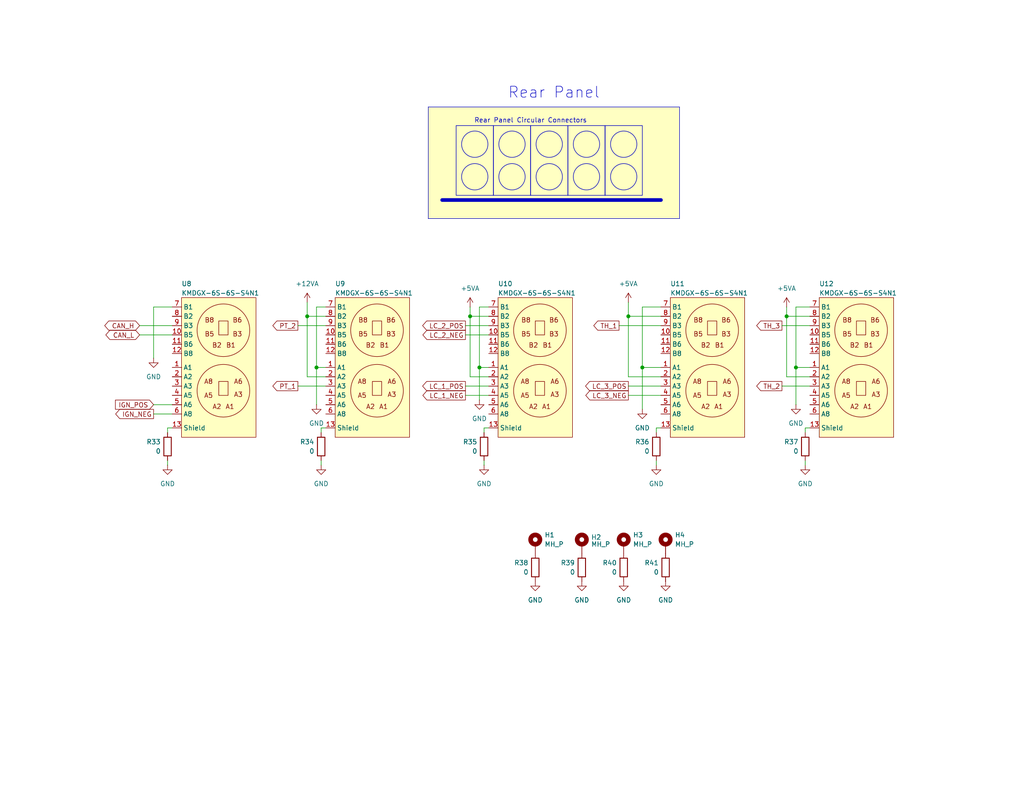
<source format=kicad_sch>
(kicad_sch (version 20231120) (generator "eeschema") (generator_version "8.0")
  (paper "A")
  (title_block (title "Unify") (date "2025-02-26") (rev "1") (company "Rocket Propulsion Group, UNL") (comment 1 "Jack Shaver"))
  (lib_symbols
    (symbol "Device:R" (pin_numbers hide) (pin_names (offset 0))
      (property "Reference" "R" (at 2.032 0 90))
      (property "Value" "R" (at 0 0 90))
      (symbol "R_0_1"
        (rectangle (start -1.016 -2.54) (end 1.016 2.54) (stroke (width 0.254)))
      )
      (symbol "R_1_1"
        (pin passive line (at 0 3.81 270) (length 1.27) (name "~") (number "1"))
        (pin passive line (at 0 -3.81 90) (length 1.27) (name "~") (number "2"))
      )
    )
    (symbol "Mechanical:MountingHole_Pad" (pin_numbers hide) (pin_names (offset 1.016) hide) (exclude_from_sim yes) (in_bom no)
      (property "Reference" "H" (at 0 6.35 0))
      (property "Value" "MountingHole_Pad" (at 0 4.445 0))
      (symbol "MountingHole_Pad_0_1"
        (circle (center 0 1.27) (radius 1.27) (stroke (width 1.27)))
      )
      (symbol "MountingHole_Pad_1_1"
        (pin input line (at 0 -2.54 90) (length 2.54) (name "1") (number "1"))
      )
    )
    (symbol "Unify:KMDGX-6S-6S-S4N1"
      (property "Reference" "U" (at -0.254 4.572 0))
      (property "Value" "KMDGX-6S-6S-S4N1" (at 0.254 1.778 0))
      (symbol "KMDGX-6S-6S-S4N1_0_1"
        (circle (center 1.27 -25.4) (radius 7.1842))
        (circle (center 1.27 -8.89) (radius 7.1842))
      )
      (symbol "KMDGX-6S-6S-S4N1_1_0"
        (pin passive line (at -12.7 -19.05 0) (length 2.54) (name "A1") (number "1"))
        (pin passive line (at -12.7 -10.16 0) (length 2.54) (name "B5") (number "10"))
        (pin passive line (at -12.7 -12.7 0) (length 2.54) (name "B6") (number "11"))
        (pin passive line (at -12.7 -15.24 0) (length 2.54) (name "B8") (number "12"))
        (pin passive line (at -12.7 -35.56 0) (length 2.54) (name "Shield") (number "13"))
        (pin passive line (at -12.7 -21.59 0) (length 2.54) (name "A2") (number "2"))
        (pin passive line (at -12.7 -24.13 0) (length 2.54) (name "A3") (number "3"))
        (pin passive line (at -12.7 -26.67 0) (length 2.54) (name "A5") (number "4"))
        (pin passive line (at -12.7 -29.21 0) (length 2.54) (name "A6") (number "5"))
        (pin passive line (at -12.7 -31.75 0) (length 2.54) (name "A8") (number "6"))
        (pin passive line (at -12.7 -2.54 0) (length 2.54) (name "B1") (number "7"))
        (pin passive line (at -12.7 -5.08 0) (length 2.54) (name "B2") (number "8"))
        (pin passive line (at -12.7 -7.62 0) (length 2.54) (name "B3") (number "9"))
      )
      (symbol "KMDGX-6S-6S-S4N1_1_1"
        (rectangle (start -10.16 0) (end 10.16 -38.1) (fill (type background)))
        (rectangle (start 0 -22.86) (end 2.54 -26.67))
        (rectangle (start 0 -6.35) (end 2.54 -10.16))
        (text "A1" (at 3.048 -29.718 0) (effects (font (size 1.27 1.27))))
        (text "A2" (at -0.508 -29.718 0) (effects (font (size 1.27 1.27))))
        (text "A3" (at 5.334 -26.416 0) (effects (font (size 1.27 1.27))))
        (text "A5" (at -2.794 -26.67 0) (effects (font (size 1.27 1.27))))
        (text "A6" (at 5.334 -22.86 0) (effects (font (size 1.27 1.27))))
        (text "A8" (at -2.794 -22.86 0) (effects (font (size 1.27 1.27))))
        (text "B1\n" (at 3.302 -12.954 0) (effects (font (size 1.27 1.27))))
        (text "B2" (at -0.508 -12.954 0) (effects (font (size 1.27 1.27))))
        (text "B3" (at 5.08 -9.906 0) (effects (font (size 1.27 1.27))))
        (text "B5" (at -2.54 -9.906 0) (effects (font (size 1.27 1.27))))
        (text "B6" (at 5.08 -6.096 0) (effects (font (size 1.27 1.27))))
        (text "B8\n" (at -2.54 -6.096 0) (effects (font (size 1.27 1.27))))
      )
    )
    (symbol "power:+12VA" (power) (pin_numbers hide) (pin_names (offset 0) hide)
      (property "Value" "+12VA" (at 0 3.556 0))
      (symbol "+12VA_0_1"
        (polyline (pts (xy -0.762 1.27) (xy 0 2.54)))
        (polyline (pts (xy 0 0) (xy 0 2.54)))
        (polyline (pts (xy 0 2.54) (xy 0.762 1.27)))
      )
      (symbol "+12VA_1_1"
        (pin power_in line (at 0 0 90) (length 0) (name "~") (number "1"))
      )
    )
    (symbol "power:+5VA" (power) (pin_numbers hide) (pin_names (offset 0) hide)
      (property "Value" "+5VA" (at 0 3.556 0))
      (symbol "+5VA_0_1"
        (polyline (pts (xy -0.762 1.27) (xy 0 2.54)))
        (polyline (pts (xy 0 0) (xy 0 2.54)))
        (polyline (pts (xy 0 2.54) (xy 0.762 1.27)))
      )
      (symbol "+5VA_1_1"
        (pin power_in line (at 0 0 90) (length 0) (name "~") (number "1"))
      )
    )
    (symbol "power:GND" (power) (pin_numbers hide) (pin_names (offset 0) hide)
      (property "Value" "GND" (at 0 -3.81 0))
      (symbol "GND_0_1"
        (polyline (pts (xy 0 0) (xy 0 -1.27) (xy 1.27 -1.27) (xy 0 -2.54) (xy -1.27 -1.27) (xy 0 -1.27)))
      )
      (symbol "GND_1_1"
        (pin power_in line (at 0 0 270) (length 0) (name "~") (number "1"))
      )
    )
  )
  (junction (at 86.36 100.33))
  (junction (at 130.81 100.33))
  (junction (at 214.63 86.36))
  (junction (at 128.27 86.36))
  (junction (at 175.26 100.33))
  (junction (at 171.45 86.36))
  (junction (at 83.82 86.36))
  (junction (at 217.17 100.33))
  (wire (pts (xy 168.91 88.9) (xy 180.34 88.9)))
  (wire (pts (xy 171.45 105.41) (xy 180.34 105.41)))
  (wire (pts (xy 214.63 83.82) (xy 214.63 86.36)))
  (wire (pts (xy 86.36 100.33) (xy 86.36 83.82)))
  (wire (pts (xy 128.27 102.87) (xy 133.35 102.87)))
  (wire (pts (xy 171.45 86.36) (xy 171.45 102.87)))
  (wire (pts (xy 81.28 105.41) (xy 88.9 105.41)))
  (wire (pts (xy 130.81 83.82) (xy 133.35 83.82)))
  (wire (pts (xy 217.17 83.82) (xy 217.17 100.33)))
  (wire (pts (xy 128.27 86.36) (xy 128.27 102.87)))
  (wire (pts (xy 219.71 116.84) (xy 220.98 116.84)))
  (wire (pts (xy 171.45 82.55) (xy 171.45 86.36)))
  (wire (pts (xy 217.17 110.49) (xy 217.17 100.33)))
  (wire (pts (xy 128.27 86.36) (xy 133.35 86.36)))
  (wire (pts (xy 38.1 91.44) (xy 46.99 91.44)))
  (wire (pts (xy 45.72 125.73) (xy 45.72 127)))
  (wire (pts (xy 213.36 105.41) (xy 220.98 105.41)))
  (wire (pts (xy 45.72 116.84) (xy 46.99 116.84)))
  (wire (pts (xy 179.07 118.11) (xy 179.07 116.84)))
  (wire (pts (xy 132.08 118.11) (xy 132.08 116.84)))
  (wire (pts (xy 86.36 110.49) (xy 86.36 100.33)))
  (wire (pts (xy 83.82 86.36) (xy 83.82 102.87)))
  (wire (pts (xy 87.63 125.73) (xy 87.63 127)))
  (wire (pts (xy 87.63 118.11) (xy 87.63 116.84)))
  (wire (pts (xy 180.34 83.82) (xy 175.26 83.82)))
  (wire (pts (xy 83.82 86.36) (xy 88.9 86.36)))
  (wire (pts (xy 130.81 100.33) (xy 133.35 100.33)))
  (wire (pts (xy 81.28 88.9) (xy 88.9 88.9)))
  (wire (pts (xy 127 88.9) (xy 133.35 88.9)))
  (wire (pts (xy 86.36 83.82) (xy 88.9 83.82)))
  (wire (pts (xy 83.82 82.55) (xy 83.82 86.36)))
  (wire (pts (xy 171.45 107.95) (xy 180.34 107.95)))
  (wire (pts (xy 83.82 102.87) (xy 88.9 102.87)))
  (wire (pts (xy 127 107.95) (xy 133.35 107.95)))
  (wire (pts (xy 41.91 83.82) (xy 46.99 83.82)))
  (wire (pts (xy 214.63 86.36) (xy 214.63 102.87)))
  (wire (pts (xy 130.81 109.22) (xy 130.81 100.33)))
  (polyline (pts (xy 120.65 54.61) (xy 180.34 54.61)) (stroke (width 1)))
  (wire (pts (xy 214.63 102.87) (xy 220.98 102.87)))
  (wire (pts (xy 179.07 125.73) (xy 179.07 127)))
  (wire (pts (xy 41.91 97.79) (xy 41.91 83.82)))
  (wire (pts (xy 214.63 86.36) (xy 220.98 86.36)))
  (wire (pts (xy 130.81 100.33) (xy 130.81 83.82)))
  (wire (pts (xy 179.07 116.84) (xy 180.34 116.84)))
  (wire (pts (xy 45.72 118.11) (xy 45.72 116.84)))
  (wire (pts (xy 41.91 113.03) (xy 46.99 113.03)))
  (wire (pts (xy 213.36 88.9) (xy 220.98 88.9)))
  (wire (pts (xy 132.08 125.73) (xy 132.08 127)))
  (wire (pts (xy 220.98 83.82) (xy 217.17 83.82)))
  (wire (pts (xy 219.71 125.73) (xy 219.71 127)))
  (wire (pts (xy 175.26 111.76) (xy 175.26 100.33)))
  (wire (pts (xy 217.17 100.33) (xy 220.98 100.33)))
  (wire (pts (xy 38.1 88.9) (xy 46.99 88.9)))
  (wire (pts (xy 127 91.44) (xy 133.35 91.44)))
  (wire (pts (xy 175.26 100.33) (xy 180.34 100.33)))
  (wire (pts (xy 41.91 110.49) (xy 46.99 110.49)))
  (wire (pts (xy 86.36 100.33) (xy 88.9 100.33)))
  (wire (pts (xy 132.08 116.84) (xy 133.35 116.84)))
  (wire (pts (xy 128.27 83.82) (xy 128.27 86.36)))
  (wire (pts (xy 87.63 116.84) (xy 88.9 116.84)))
  (wire (pts (xy 219.71 118.11) (xy 219.71 116.84)))
  (wire (pts (xy 127 105.41) (xy 133.35 105.41)))
  (wire (pts (xy 171.45 102.87) (xy 180.34 102.87)))
  (wire (pts (xy 175.26 83.82) (xy 175.26 100.33)))
  (wire (pts (xy 171.45 86.36) (xy 180.34 86.36)))
  (circle (center 160.02 39.37) (radius 3.5921))
  (circle (center 149.86 48.26) (radius 3.5921))
  (rectangle (start 124.46 34.29) (end 134.62 53.34))
  (rectangle (start 144.78 34.29) (end 154.94 53.34))
  (circle (center 129.54 39.37) (radius 3.5921))
  (circle (center 160.02 48.26) (radius 3.5921))
  (circle (center 139.7 48.26) (radius 3.5921))
  (rectangle (start 165.1 34.29) (end 175.26 53.34))
  (circle (center 170.18 39.37) (radius 3.5921))
  (rectangle (start 134.62 34.29) (end 144.78 53.34))
  (rectangle (start 116.84 29.21) (end 185.42 59.69) (fill (type color) (color 255 255 194 1)))
  (rectangle (start 154.94 34.29) (end 165.1 53.34))
  (circle (center 170.18 48.26) (radius 3.5921))
  (circle (center 129.54 48.26) (radius 3.5921))
  (circle (center 139.7 39.37) (radius 3.5921))
  (circle (center 149.86 39.37) (radius 3.5921))
  (text "Rear Panel Circular Connectors" (at 144.78 33.02 0) (effects (font (size 1.27 1.27))))
  (text "Rear Panel" (at 151.13 25.4 0) (effects (font (size 3 3))))
  (global_label "TH_2" (shape output) (at 213.36 105.41 180) (property "Intersheetrefs" "${INTERSHEET_REFS}" (effects (hide yes))))
  (global_label "PT_1" (shape output) (at 81.28 105.41 180) (property "Intersheetrefs" "${INTERSHEET_REFS}" (effects (hide yes))))
  (global_label "LC_1_NEG" (shape output) (at 127 107.95 180) (property "Intersheetrefs" "${INTERSHEET_REFS}" (effects (hide yes))))
  (global_label "PT_2" (shape output) (at 81.28 88.9 180) (property "Intersheetrefs" "${INTERSHEET_REFS}" (effects (hide yes))))
  (global_label "LC_1_POS" (shape output) (at 127 105.41 180) (property "Intersheetrefs" "${INTERSHEET_REFS}" (effects (hide yes))))
  (global_label "LC_2_NEG" (shape output) (at 127 91.44 180) (property "Intersheetrefs" "${INTERSHEET_REFS}" (effects (hide yes))))
  (global_label "TH_3" (shape output) (at 213.36 88.9 180) (property "Intersheetrefs" "${INTERSHEET_REFS}" (effects (hide yes))))
  (global_label "IGN_NEG" (shape output) (at 41.91 113.03 180) (property "Intersheetrefs" "${INTERSHEET_REFS}" (effects (hide yes))))
  (global_label "LC_2_POS" (shape output) (at 127 88.9 180) (property "Intersheetrefs" "${INTERSHEET_REFS}" (effects (hide yes))))
  (global_label "IGN_POS" (shape input) (at 41.91 110.49 180) (property "Intersheetrefs" "${INTERSHEET_REFS}" (effects (hide yes))))
  (global_label "TH_1" (shape output) (at 168.91 88.9 180) (property "Intersheetrefs" "${INTERSHEET_REFS}" (effects (hide yes))))
  (global_label "LC_3_POS" (shape output) (at 171.45 105.41 180) (property "Intersheetrefs" "${INTERSHEET_REFS}" (effects (hide yes))))
  (global_label "CAN_L" (shape bidirectional) (at 38.1 91.44 180) (property "Intersheetrefs" "${INTERSHEET_REFS}" (effects (hide yes))))
  (global_label "CAN_H" (shape bidirectional) (at 38.1 88.9 180) (property "Intersheetrefs" "${INTERSHEET_REFS}" (effects (hide yes))))
  (global_label "LC_3_NEG" (shape output) (at 171.45 107.95 180) (property "Intersheetrefs" "${INTERSHEET_REFS}" (effects (hide yes))))
  (symbol (lib_id "power:GND") (at 181.61 158.75 0) (unit 1)
    (property "Reference" "#PWR043" (effects (hide yes)))
    (property "Value" "GND" (at 181.61 163.83 0))
    (property "Description" "Power symbol creates a global label with name \"GND\" , ground" (effects (hide yes)))
  )
  (symbol (lib_id "power:GND") (at 130.81 109.22 0) (unit 1)
    (property "Reference" "#PWR031" (effects (hide yes)))
    (property "Value" "GND" (at 130.81 114.3 0))
    (property "Description" "Power symbol creates a global label with name \"GND\" , ground" (effects (hide yes)))
  )
  (symbol (lib_id "power:GND") (at 219.71 127 0) (unit 1)
    (property "Reference" "#PWR039" (effects (hide yes)))
    (property "Value" "GND" (at 219.71 132.08 0))
    (property "Description" "Power symbol creates a global label with name \"GND\" , ground" (effects (hide yes)))
  )
  (symbol (lib_id "Device:R") (at 179.07 121.92 180) (unit 1)
    (property "Reference" "R36" (at 175.26 120.65 0))
    (property "Value" "0" (at 176.53 123.19 0))
    (property "Footprint" "Resistor_SMD:R_0603_1608Metric" (effects (hide yes)))
    (property "Description" "Resistor" (effects (hide yes)))
  )
  (symbol (lib_id "power:GND") (at 146.05 158.75 0) (unit 1)
    (property "Reference" "#PWR040" (effects (hide yes)))
    (property "Value" "GND" (at 146.05 163.83 0))
    (property "Description" "Power symbol creates a global label with name \"GND\" , ground" (effects (hide yes)))
  )
  (symbol (lib_id "Device:R") (at 146.05 154.94 180) (unit 1)
    (property "Reference" "R38" (at 142.24 153.67 0))
    (property "Value" "0" (at 143.51 156.21 0))
    (property "Footprint" "Resistor_SMD:R_0603_1608Metric" (effects (hide yes)))
    (property "Description" "Resistor" (effects (hide yes)))
  )
  (symbol (lib_id "Mechanical:MountingHole_Pad") (at 158.75 148.59 0) (unit 1) (exclude_from_sim yes) (in_bom no)
    (property "Reference" "H2" (at 161.29 146.6849 0) (effects (justify left)))
    (property "Value" "MH_P" (at 161.29 148.59 0) (effects (justify left)))
    (property "Footprint" "MountingHole:MountingHole_2.7mm_M2.5_Pad" (effects (hide yes)))
    (property "Description" "Mounting Hole with connection" (effects (hide yes)))
  )
  (symbol (lib_id "power:GND") (at 217.17 110.49 0) (unit 1)
    (property "Reference" "#PWR033" (effects (hide yes)))
    (property "Value" "GND" (at 217.17 115.57 0))
    (property "Description" "Power symbol creates a global label with name \"GND\" , ground" (effects (hide yes)))
  )
  (symbol (lib_id "Device:R") (at 87.63 121.92 180) (unit 1)
    (property "Reference" "R34" (at 83.82 120.65 0))
    (property "Value" "0" (at 85.09 123.19 0))
    (property "Footprint" "Resistor_SMD:R_0603_1608Metric" (effects (hide yes)))
    (property "Description" "Resistor" (effects (hide yes)))
  )
  (symbol (lib_id "Unify:KMDGX-6S-6S-S4N1") (at 146.05 81.28 0) (unit 1)
    (property "Reference" "U10" (at 135.89 77.47 0) (effects (justify left)))
    (property "Value" "KMDGX-6S-6S-S4N1" (at 135.89 80.01 0) (effects (justify left)))
    (property "Footprint" "Unify:KMDGX-6S-6S-S4N1" (effects (hide yes)))
  )
  (symbol (lib_id "Unify:KMDGX-6S-6S-S4N1") (at 59.69 81.28 0) (unit 1)
    (property "Reference" "U8" (at 49.53 77.47 0) (effects (justify left)))
    (property "Value" "KMDGX-6S-6S-S4N1" (at 49.53 80.01 0) (effects (justify left)))
    (property "Footprint" "Unify:KMDGX-6S-6S-S4N1" (effects (hide yes)))
  )
  (symbol (lib_id "power:GND") (at 170.18 158.75 0) (unit 1)
    (property "Reference" "#PWR042" (effects (hide yes)))
    (property "Value" "GND" (at 170.18 163.83 0))
    (property "Description" "Power symbol creates a global label with name \"GND\" , ground" (effects (hide yes)))
  )
  (symbol (lib_id "Mechanical:MountingHole_Pad") (at 181.61 148.59 0) (unit 1) (exclude_from_sim yes) (in_bom no)
    (property "Reference" "H4" (at 184.15 146.0499 0) (effects (justify left)))
    (property "Value" "MH_P" (at 184.15 148.5899 0) (effects (justify left)))
    (property "Footprint" "MountingHole:MountingHole_2.7mm_M2.5_Pad" (effects (hide yes)))
    (property "Description" "Mounting Hole with connection" (effects (hide yes)))
  )
  (symbol (lib_id "power:GND") (at 87.63 127 0) (unit 1)
    (property "Reference" "#PWR036" (effects (hide yes)))
    (property "Value" "GND" (at 87.63 132.08 0))
    (property "Description" "Power symbol creates a global label with name \"GND\" , ground" (effects (hide yes)))
  )
  (symbol (lib_id "Device:R") (at 170.18 154.94 180) (unit 1)
    (property "Reference" "R40" (at 166.37 153.67 0))
    (property "Value" "0" (at 167.64 156.21 0))
    (property "Footprint" "Resistor_SMD:R_0603_1608Metric" (effects (hide yes)))
    (property "Description" "Resistor" (effects (hide yes)))
  )
  (symbol (lib_id "Device:R") (at 45.72 121.92 180) (unit 1)
    (property "Reference" "R33" (at 41.91 120.65 0))
    (property "Value" "0" (at 43.18 123.19 0))
    (property "Footprint" "Resistor_SMD:R_0603_1608Metric" (effects (hide yes)))
    (property "Description" "Resistor" (effects (hide yes)))
  )
  (symbol (lib_id "Mechanical:MountingHole_Pad") (at 170.18 148.59 0) (unit 1) (exclude_from_sim yes) (in_bom no)
    (property "Reference" "H3" (at 172.72 146.0499 0) (effects (justify left)))
    (property "Value" "MH_P" (at 172.72 148.5899 0) (effects (justify left)))
    (property "Footprint" "MountingHole:MountingHole_2.7mm_M2.5_Pad" (effects (hide yes)))
    (property "Description" "Mounting Hole with connection" (effects (hide yes)))
  )
  (symbol (lib_id "power:GND") (at 179.07 127 0) (unit 1)
    (property "Reference" "#PWR038" (effects (hide yes)))
    (property "Value" "GND" (at 179.07 132.08 0))
    (property "Description" "Power symbol creates a global label with name \"GND\" , ground" (effects (hide yes)))
  )
  (symbol (lib_id "power:GND") (at 158.75 158.75 0) (unit 1)
    (property "Reference" "#PWR041" (effects (hide yes)))
    (property "Value" "GND" (at 158.75 163.83 0))
    (property "Description" "Power symbol creates a global label with name \"GND\" , ground" (effects (hide yes)))
  )
  (symbol (lib_id "power:GND") (at 132.08 127 0) (unit 1)
    (property "Reference" "#PWR037" (effects (hide yes)))
    (property "Value" "GND" (at 132.08 132.08 0))
    (property "Description" "Power symbol creates a global label with name \"GND\" , ground" (effects (hide yes)))
  )
  (symbol (lib_id "power:GND") (at 45.72 127 0) (unit 1)
    (property "Reference" "#PWR035" (effects (hide yes)))
    (property "Value" "GND" (at 45.72 132.08 0))
    (property "Description" "Power symbol creates a global label with name \"GND\" , ground" (effects (hide yes)))
  )
  (symbol (lib_id "Device:R") (at 219.71 121.92 180) (unit 1)
    (property "Reference" "R37" (at 215.9 120.65 0))
    (property "Value" "0" (at 217.17 123.19 0))
    (property "Footprint" "Resistor_SMD:R_0603_1608Metric" (effects (hide yes)))
    (property "Description" "Resistor" (effects (hide yes)))
  )
  (symbol (lib_id "power:GND") (at 86.36 110.49 0) (unit 1)
    (property "Reference" "#PWR032" (effects (hide yes)))
    (property "Value" "GND" (at 86.36 115.57 0))
    (property "Description" "Power symbol creates a global label with name \"GND\" , ground" (effects (hide yes)))
  )
  (symbol (lib_id "Device:R") (at 132.08 121.92 180) (unit 1)
    (property "Reference" "R35" (at 128.27 120.65 0))
    (property "Value" "0" (at 129.54 123.19 0))
    (property "Footprint" "Resistor_SMD:R_0603_1608Metric" (effects (hide yes)))
    (property "Description" "Resistor" (effects (hide yes)))
  )
  (symbol (lib_id "power:GND") (at 175.26 111.76 0) (unit 1)
    (property "Reference" "#PWR034" (effects (hide yes)))
    (property "Value" "GND" (at 175.26 116.84 0))
    (property "Description" "Power symbol creates a global label with name \"GND\" , ground" (effects (hide yes)))
  )
  (symbol (lib_id "Unify:KMDGX-6S-6S-S4N1") (at 233.68 81.28 0) (unit 1)
    (property "Reference" "U12" (at 223.52 77.47 0) (effects (justify left)))
    (property "Value" "KMDGX-6S-6S-S4N1" (at 223.52 80.01 0) (effects (justify left)))
    (property "Footprint" "Unify:KMDGX-6S-6S-S4N1" (effects (hide yes)))
  )
  (symbol (lib_id "Device:R") (at 181.61 154.94 180) (unit 1)
    (property "Reference" "R41" (at 177.8 153.67 0))
    (property "Value" "0" (at 179.07 156.21 0))
    (property "Footprint" "Resistor_SMD:R_0603_1608Metric" (effects (hide yes)))
    (property "Description" "Resistor" (effects (hide yes)))
  )
  (symbol (lib_id "power:+5VA") (at 171.45 82.55 0) (unit 1)
    (property "Reference" "#PWR027" (effects (hide yes)))
    (property "Value" "+5VA" (at 171.45 77.47 0))
    (property "Description" "Power symbol creates a global label with name \"+5VA\"" (effects (hide yes)))
  )
  (symbol (lib_id "power:+12VA") (at 83.82 82.55 0) (unit 1)
    (property "Reference" "#PWR026" (effects (hide yes)))
    (property "Value" "+12VA" (at 83.82 77.47 0))
    (property "Description" "Power symbol creates a global label with name \"+12VA\"" (effects (hide yes)))
  )
  (symbol (lib_id "Device:R") (at 158.75 154.94 180) (unit 1)
    (property "Reference" "R39" (at 154.94 153.67 0))
    (property "Value" "0" (at 156.21 156.21 0))
    (property "Footprint" "Resistor_SMD:R_0603_1608Metric" (effects (hide yes)))
    (property "Description" "Resistor" (effects (hide yes)))
  )
  (symbol (lib_id "power:+5VA") (at 128.27 83.82 0) (unit 1)
    (property "Reference" "#PWR028" (effects (hide yes)))
    (property "Value" "+5VA" (at 128.27 78.74 0))
    (property "Description" "Power symbol creates a global label with name \"+5VA\"" (effects (hide yes)))
  )
  (symbol (lib_id "power:GND") (at 41.91 97.79 0) (unit 1)
    (property "Reference" "#PWR030" (effects (hide yes)))
    (property "Value" "GND" (at 41.91 102.87 0))
    (property "Description" "Power symbol creates a global label with name \"GND\" , ground" (effects (hide yes)))
  )
  (symbol (lib_id "Mechanical:MountingHole_Pad") (at 146.05 148.59 0) (unit 1) (exclude_from_sim yes) (in_bom no)
    (property "Reference" "H1" (at 148.59 146.0499 0) (effects (justify left)))
    (property "Value" "MH_P" (at 148.59 148.5899 0) (effects (justify left)))
    (property "Footprint" "MountingHole:MountingHole_2.7mm_M2.5_Pad" (effects (hide yes)))
    (property "Description" "Mounting Hole with connection" (effects (hide yes)))
  )
  (symbol (lib_id "Unify:KMDGX-6S-6S-S4N1") (at 193.04 81.28 0) (unit 1)
    (property "Reference" "U11" (at 182.88 77.47 0) (effects (justify left)))
    (property "Value" "KMDGX-6S-6S-S4N1" (at 182.88 80.01 0) (effects (justify left)))
    (property "Footprint" "Unify:KMDGX-6S-6S-S4N1" (effects (hide yes)))
  )
  (symbol (lib_id "power:+5VA") (at 214.63 83.82 0) (unit 1)
    (property "Reference" "#PWR029" (effects (hide yes)))
    (property "Value" "+5VA" (at 214.63 78.74 0))
    (property "Description" "Power symbol creates a global label with name \"+5VA\"" (effects (hide yes)))
  )
  (symbol (lib_id "Unify:KMDGX-6S-6S-S4N1") (at 101.6 81.28 0) (unit 1)
    (property "Reference" "U9" (at 91.44 77.47 0) (effects (justify left)))
    (property "Value" "KMDGX-6S-6S-S4N1" (at 91.44 80.01 0) (effects (justify left)))
    (property "Footprint" "Unify:KMDGX-6S-6S-S4N1" (effects (hide yes)))
  )
)
</source>
